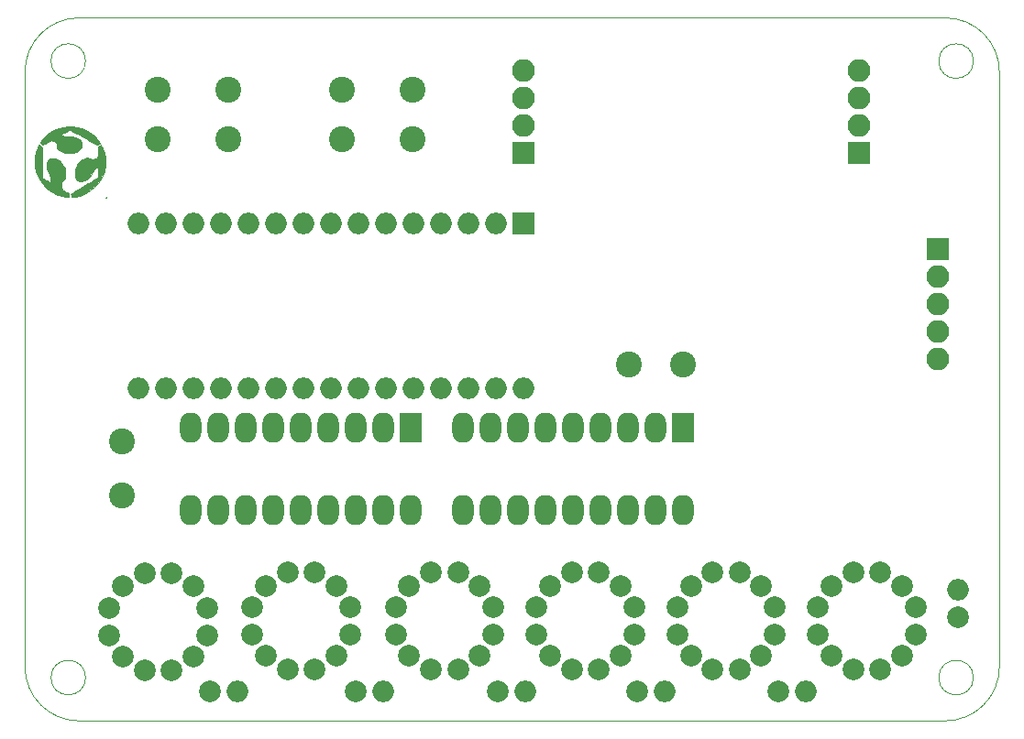
<source format=gts>
G04 #@! TF.GenerationSoftware,KiCad,Pcbnew,(5.0.0)*
G04 #@! TF.CreationDate,2018-09-15T21:24:34+09:00*
G04 #@! TF.ProjectId,VFD_Clock_LD8035,5646445F436C6F636B5F4C4438303335,rev?*
G04 #@! TF.SameCoordinates,Original*
G04 #@! TF.FileFunction,Soldermask,Top*
G04 #@! TF.FilePolarity,Negative*
%FSLAX46Y46*%
G04 Gerber Fmt 4.6, Leading zero omitted, Abs format (unit mm)*
G04 Created by KiCad (PCBNEW (5.0.0)) date 09/15/18 21:24:34*
%MOMM*%
%LPD*%
G01*
G04 APERTURE LIST*
%ADD10C,0.100000*%
%ADD11C,0.010000*%
%ADD12R,2.000000X2.000000*%
%ADD13O,2.000000X2.000000*%
%ADD14C,2.400000*%
%ADD15R,2.100000X2.100000*%
%ADD16O,2.100000X2.100000*%
%ADD17R,2.000000X2.800000*%
%ADD18O,2.000000X2.800000*%
%ADD19C,2.000000*%
G04 APERTURE END LIST*
D10*
X106500000Y-83996400D02*
X186500000Y-83996400D01*
X101500000Y-88996400D02*
G75*
G02X106500000Y-83996400I5000000J0D01*
G01*
X101500000Y-143996400D02*
X101500000Y-88996400D01*
X106500000Y-148996400D02*
G75*
G02X101500000Y-143996400I0J5000000D01*
G01*
X186500000Y-148996400D02*
X106500000Y-148996400D01*
X191500000Y-143996400D02*
G75*
G02X186500000Y-148996400I-5000000J0D01*
G01*
X191500000Y-88996400D02*
X191500000Y-143996400D01*
X186500000Y-83996400D02*
G75*
G02X191500000Y-88996400I0J-5000000D01*
G01*
X189100001Y-87996399D02*
G75*
G03X189100001Y-87996399I-1600000J0D01*
G01*
X107100000Y-144996400D02*
G75*
G03X107100000Y-144996400I-1600000J0D01*
G01*
X189100001Y-144996400D02*
G75*
G03X189100001Y-144996400I-1600000J0D01*
G01*
X107100000Y-87996399D02*
G75*
G03X107100000Y-87996399I-1600000J0D01*
G01*
D11*
G04 #@! TO.C,G\002A\002A\002A*
G36*
X105900298Y-94037584D02*
X106339685Y-94095661D01*
X106747897Y-94205470D01*
X107074365Y-94342145D01*
X107397050Y-94523950D01*
X107702818Y-94741000D01*
X107978532Y-94983407D01*
X108211060Y-95241285D01*
X108315176Y-95385208D01*
X108377644Y-95482508D01*
X108408505Y-95542958D01*
X108411907Y-95582185D01*
X108391998Y-95615817D01*
X108380008Y-95629471D01*
X108307239Y-95682109D01*
X108230620Y-95711501D01*
X108203658Y-95715295D01*
X108172308Y-95713552D01*
X108132063Y-95703894D01*
X108078415Y-95683944D01*
X108006854Y-95651323D01*
X107912873Y-95603653D01*
X107791963Y-95538558D01*
X107639616Y-95453658D01*
X107451324Y-95346577D01*
X107222579Y-95214936D01*
X106948871Y-95056358D01*
X106625693Y-94868465D01*
X106562725Y-94831817D01*
X106349369Y-94708324D01*
X106152726Y-94595840D01*
X105979720Y-94498218D01*
X105837271Y-94419315D01*
X105732303Y-94362985D01*
X105671738Y-94333085D01*
X105660338Y-94329250D01*
X105619215Y-94344656D01*
X105536880Y-94385943D01*
X105426202Y-94445711D01*
X105300048Y-94516563D01*
X105171288Y-94591098D01*
X105052791Y-94661919D01*
X104957424Y-94721626D01*
X104898057Y-94762821D01*
X104885518Y-94774730D01*
X104897050Y-94809119D01*
X104950496Y-94856295D01*
X105028655Y-94905855D01*
X105114328Y-94947393D01*
X105190317Y-94970503D01*
X105212114Y-94972307D01*
X105281902Y-94971184D01*
X105395576Y-94969116D01*
X105533532Y-94966465D01*
X105600500Y-94965134D01*
X105884046Y-94979815D01*
X106135474Y-95033656D01*
X106349959Y-95123386D01*
X106522674Y-95245735D01*
X106648792Y-95397433D01*
X106723487Y-95575211D01*
X106742977Y-95739181D01*
X106711960Y-95927655D01*
X106621951Y-96097844D01*
X106475613Y-96246669D01*
X106275605Y-96371054D01*
X106149213Y-96425840D01*
X105964605Y-96476150D01*
X105746962Y-96504726D01*
X105521934Y-96510324D01*
X105315170Y-96491698D01*
X105219500Y-96470951D01*
X104943091Y-96374169D01*
X104725943Y-96255070D01*
X104567767Y-96113380D01*
X104468271Y-95948824D01*
X104427166Y-95761129D01*
X104425927Y-95720909D01*
X104418630Y-95636704D01*
X104406309Y-95585531D01*
X104363949Y-95536441D01*
X104280366Y-95476628D01*
X104174218Y-95415864D01*
X104064160Y-95363920D01*
X103968848Y-95330569D01*
X103908936Y-95325011D01*
X103854189Y-95348857D01*
X103760427Y-95399567D01*
X103641757Y-95469210D01*
X103536750Y-95534252D01*
X103409317Y-95611579D01*
X103296000Y-95673988D01*
X103210489Y-95714318D01*
X103170425Y-95725894D01*
X103106233Y-95706370D01*
X103025709Y-95657277D01*
X103002588Y-95638937D01*
X102899450Y-95551625D01*
X103016553Y-95379020D01*
X103217199Y-95124159D01*
X103464587Y-94875525D01*
X103742440Y-94647143D01*
X104034482Y-94453042D01*
X104187625Y-94369776D01*
X104590512Y-94203243D01*
X105016437Y-94091970D01*
X105456124Y-94036552D01*
X105900298Y-94037584D01*
X105900298Y-94037584D01*
G37*
X105900298Y-94037584D02*
X106339685Y-94095661D01*
X106747897Y-94205470D01*
X107074365Y-94342145D01*
X107397050Y-94523950D01*
X107702818Y-94741000D01*
X107978532Y-94983407D01*
X108211060Y-95241285D01*
X108315176Y-95385208D01*
X108377644Y-95482508D01*
X108408505Y-95542958D01*
X108411907Y-95582185D01*
X108391998Y-95615817D01*
X108380008Y-95629471D01*
X108307239Y-95682109D01*
X108230620Y-95711501D01*
X108203658Y-95715295D01*
X108172308Y-95713552D01*
X108132063Y-95703894D01*
X108078415Y-95683944D01*
X108006854Y-95651323D01*
X107912873Y-95603653D01*
X107791963Y-95538558D01*
X107639616Y-95453658D01*
X107451324Y-95346577D01*
X107222579Y-95214936D01*
X106948871Y-95056358D01*
X106625693Y-94868465D01*
X106562725Y-94831817D01*
X106349369Y-94708324D01*
X106152726Y-94595840D01*
X105979720Y-94498218D01*
X105837271Y-94419315D01*
X105732303Y-94362985D01*
X105671738Y-94333085D01*
X105660338Y-94329250D01*
X105619215Y-94344656D01*
X105536880Y-94385943D01*
X105426202Y-94445711D01*
X105300048Y-94516563D01*
X105171288Y-94591098D01*
X105052791Y-94661919D01*
X104957424Y-94721626D01*
X104898057Y-94762821D01*
X104885518Y-94774730D01*
X104897050Y-94809119D01*
X104950496Y-94856295D01*
X105028655Y-94905855D01*
X105114328Y-94947393D01*
X105190317Y-94970503D01*
X105212114Y-94972307D01*
X105281902Y-94971184D01*
X105395576Y-94969116D01*
X105533532Y-94966465D01*
X105600500Y-94965134D01*
X105884046Y-94979815D01*
X106135474Y-95033656D01*
X106349959Y-95123386D01*
X106522674Y-95245735D01*
X106648792Y-95397433D01*
X106723487Y-95575211D01*
X106742977Y-95739181D01*
X106711960Y-95927655D01*
X106621951Y-96097844D01*
X106475613Y-96246669D01*
X106275605Y-96371054D01*
X106149213Y-96425840D01*
X105964605Y-96476150D01*
X105746962Y-96504726D01*
X105521934Y-96510324D01*
X105315170Y-96491698D01*
X105219500Y-96470951D01*
X104943091Y-96374169D01*
X104725943Y-96255070D01*
X104567767Y-96113380D01*
X104468271Y-95948824D01*
X104427166Y-95761129D01*
X104425927Y-95720909D01*
X104418630Y-95636704D01*
X104406309Y-95585531D01*
X104363949Y-95536441D01*
X104280366Y-95476628D01*
X104174218Y-95415864D01*
X104064160Y-95363920D01*
X103968848Y-95330569D01*
X103908936Y-95325011D01*
X103854189Y-95348857D01*
X103760427Y-95399567D01*
X103641757Y-95469210D01*
X103536750Y-95534252D01*
X103409317Y-95611579D01*
X103296000Y-95673988D01*
X103210489Y-95714318D01*
X103170425Y-95725894D01*
X103106233Y-95706370D01*
X103025709Y-95657277D01*
X103002588Y-95638937D01*
X102899450Y-95551625D01*
X103016553Y-95379020D01*
X103217199Y-95124159D01*
X103464587Y-94875525D01*
X103742440Y-94647143D01*
X104034482Y-94453042D01*
X104187625Y-94369776D01*
X104590512Y-94203243D01*
X105016437Y-94091970D01*
X105456124Y-94036552D01*
X105900298Y-94037584D01*
G36*
X108551395Y-95786506D02*
X108600959Y-95864286D01*
X108658333Y-95979729D01*
X108718401Y-96121223D01*
X108776048Y-96277159D01*
X108826161Y-96435924D01*
X108846214Y-96510432D01*
X108874327Y-96632976D01*
X108893967Y-96750300D01*
X108906495Y-96878130D01*
X108913270Y-97032191D01*
X108915653Y-97228206D01*
X108915695Y-97313750D01*
X108914503Y-97516124D01*
X108910577Y-97670060D01*
X108902307Y-97790608D01*
X108888081Y-97892817D01*
X108866290Y-97991740D01*
X108835322Y-98102427D01*
X108829066Y-98123375D01*
X108728471Y-98407189D01*
X108596734Y-98702257D01*
X108444543Y-98987791D01*
X108282588Y-99243002D01*
X108188890Y-99368320D01*
X107922377Y-99655668D01*
X107612869Y-99913387D01*
X107271337Y-100135476D01*
X106908750Y-100315933D01*
X106536080Y-100448757D01*
X106164296Y-100527946D01*
X106045000Y-100541173D01*
X105912339Y-100546870D01*
X105831237Y-100536063D01*
X105798937Y-100517301D01*
X105772708Y-100459857D01*
X105759593Y-100372008D01*
X105759250Y-100355850D01*
X105758367Y-100324608D01*
X105758750Y-100297904D01*
X105764942Y-100272641D01*
X105781487Y-100245722D01*
X105812930Y-100214052D01*
X105863813Y-100174533D01*
X105938682Y-100124068D01*
X106042080Y-100059561D01*
X106178552Y-99977915D01*
X106352641Y-99876034D01*
X106568891Y-99750821D01*
X106831847Y-99599179D01*
X107076875Y-99457920D01*
X107317533Y-99318271D01*
X107542346Y-99186206D01*
X107744997Y-99065555D01*
X107919170Y-98960148D01*
X108058548Y-98873816D01*
X108156817Y-98810390D01*
X108207659Y-98773701D01*
X108211937Y-98769499D01*
X108235143Y-98732860D01*
X108251005Y-98680012D01*
X108260818Y-98599558D01*
X108265877Y-98480097D01*
X108267478Y-98310233D01*
X108267500Y-98280481D01*
X108265147Y-98106362D01*
X108258532Y-97968351D01*
X108248320Y-97875602D01*
X108235357Y-97837382D01*
X108194743Y-97843783D01*
X108118771Y-97879530D01*
X108023677Y-97936948D01*
X108021044Y-97938695D01*
X107931391Y-98002519D01*
X107864502Y-98064782D01*
X107807248Y-98142036D01*
X107746497Y-98250833D01*
X107700903Y-98342233D01*
X107544301Y-98611114D01*
X107366370Y-98820722D01*
X107167436Y-98970811D01*
X106947828Y-99061133D01*
X106708507Y-99091439D01*
X106524582Y-99073276D01*
X106379563Y-99013727D01*
X106259189Y-98906128D01*
X106228374Y-98867042D01*
X106156175Y-98721691D01*
X106118306Y-98536699D01*
X106113713Y-98325156D01*
X106141342Y-98100149D01*
X106200138Y-97874768D01*
X106289049Y-97662099D01*
X106331563Y-97585590D01*
X106483861Y-97372677D01*
X106657840Y-97198164D01*
X106845875Y-97065595D01*
X107040343Y-96978515D01*
X107233618Y-96940467D01*
X107418077Y-96954996D01*
X107564303Y-97012507D01*
X107662767Y-97064618D01*
X107737001Y-97085422D01*
X107810856Y-97074906D01*
X107908184Y-97033056D01*
X107949656Y-97012299D01*
X108058599Y-96954576D01*
X108135665Y-96901678D01*
X108186365Y-96841373D01*
X108216211Y-96761426D01*
X108230711Y-96649607D01*
X108235378Y-96493682D01*
X108235750Y-96377206D01*
X108238611Y-96172803D01*
X108247392Y-96028230D01*
X108262381Y-95940070D01*
X108275437Y-95911588D01*
X108341593Y-95848499D01*
X108423865Y-95792679D01*
X108496611Y-95760584D01*
X108514755Y-95758000D01*
X108551395Y-95786506D01*
X108551395Y-95786506D01*
G37*
X108551395Y-95786506D02*
X108600959Y-95864286D01*
X108658333Y-95979729D01*
X108718401Y-96121223D01*
X108776048Y-96277159D01*
X108826161Y-96435924D01*
X108846214Y-96510432D01*
X108874327Y-96632976D01*
X108893967Y-96750300D01*
X108906495Y-96878130D01*
X108913270Y-97032191D01*
X108915653Y-97228206D01*
X108915695Y-97313750D01*
X108914503Y-97516124D01*
X108910577Y-97670060D01*
X108902307Y-97790608D01*
X108888081Y-97892817D01*
X108866290Y-97991740D01*
X108835322Y-98102427D01*
X108829066Y-98123375D01*
X108728471Y-98407189D01*
X108596734Y-98702257D01*
X108444543Y-98987791D01*
X108282588Y-99243002D01*
X108188890Y-99368320D01*
X107922377Y-99655668D01*
X107612869Y-99913387D01*
X107271337Y-100135476D01*
X106908750Y-100315933D01*
X106536080Y-100448757D01*
X106164296Y-100527946D01*
X106045000Y-100541173D01*
X105912339Y-100546870D01*
X105831237Y-100536063D01*
X105798937Y-100517301D01*
X105772708Y-100459857D01*
X105759593Y-100372008D01*
X105759250Y-100355850D01*
X105758367Y-100324608D01*
X105758750Y-100297904D01*
X105764942Y-100272641D01*
X105781487Y-100245722D01*
X105812930Y-100214052D01*
X105863813Y-100174533D01*
X105938682Y-100124068D01*
X106042080Y-100059561D01*
X106178552Y-99977915D01*
X106352641Y-99876034D01*
X106568891Y-99750821D01*
X106831847Y-99599179D01*
X107076875Y-99457920D01*
X107317533Y-99318271D01*
X107542346Y-99186206D01*
X107744997Y-99065555D01*
X107919170Y-98960148D01*
X108058548Y-98873816D01*
X108156817Y-98810390D01*
X108207659Y-98773701D01*
X108211937Y-98769499D01*
X108235143Y-98732860D01*
X108251005Y-98680012D01*
X108260818Y-98599558D01*
X108265877Y-98480097D01*
X108267478Y-98310233D01*
X108267500Y-98280481D01*
X108265147Y-98106362D01*
X108258532Y-97968351D01*
X108248320Y-97875602D01*
X108235357Y-97837382D01*
X108194743Y-97843783D01*
X108118771Y-97879530D01*
X108023677Y-97936948D01*
X108021044Y-97938695D01*
X107931391Y-98002519D01*
X107864502Y-98064782D01*
X107807248Y-98142036D01*
X107746497Y-98250833D01*
X107700903Y-98342233D01*
X107544301Y-98611114D01*
X107366370Y-98820722D01*
X107167436Y-98970811D01*
X106947828Y-99061133D01*
X106708507Y-99091439D01*
X106524582Y-99073276D01*
X106379563Y-99013727D01*
X106259189Y-98906128D01*
X106228374Y-98867042D01*
X106156175Y-98721691D01*
X106118306Y-98536699D01*
X106113713Y-98325156D01*
X106141342Y-98100149D01*
X106200138Y-97874768D01*
X106289049Y-97662099D01*
X106331563Y-97585590D01*
X106483861Y-97372677D01*
X106657840Y-97198164D01*
X106845875Y-97065595D01*
X107040343Y-96978515D01*
X107233618Y-96940467D01*
X107418077Y-96954996D01*
X107564303Y-97012507D01*
X107662767Y-97064618D01*
X107737001Y-97085422D01*
X107810856Y-97074906D01*
X107908184Y-97033056D01*
X107949656Y-97012299D01*
X108058599Y-96954576D01*
X108135665Y-96901678D01*
X108186365Y-96841373D01*
X108216211Y-96761426D01*
X108230711Y-96649607D01*
X108235378Y-96493682D01*
X108235750Y-96377206D01*
X108238611Y-96172803D01*
X108247392Y-96028230D01*
X108262381Y-95940070D01*
X108275437Y-95911588D01*
X108341593Y-95848499D01*
X108423865Y-95792679D01*
X108496611Y-95760584D01*
X108514755Y-95758000D01*
X108551395Y-95786506D01*
G36*
X102880141Y-95769805D02*
X102955331Y-95832659D01*
X103076375Y-95943555D01*
X103108125Y-98790125D01*
X103457375Y-98988325D01*
X103593627Y-99063769D01*
X103712391Y-99126034D01*
X103801570Y-99169022D01*
X103849068Y-99186631D01*
X103850849Y-99186763D01*
X103872633Y-99174945D01*
X103883282Y-99131784D01*
X103883963Y-99046163D01*
X103877582Y-98931804D01*
X103864419Y-98791040D01*
X103842110Y-98685750D01*
X103801909Y-98587910D01*
X103735072Y-98469495D01*
X103731454Y-98463491D01*
X103589250Y-98188117D01*
X103505789Y-97928298D01*
X103479846Y-97678701D01*
X103502871Y-97466876D01*
X103570632Y-97270494D01*
X103679136Y-97119436D01*
X103822077Y-97016380D01*
X103993151Y-96964003D01*
X104186053Y-96964982D01*
X104394477Y-97021995D01*
X104470528Y-97055979D01*
X104691254Y-97198926D01*
X104889389Y-97397241D01*
X105059594Y-97645185D01*
X105114674Y-97748860D01*
X105170573Y-97866906D01*
X105206588Y-97962414D01*
X105227874Y-98057540D01*
X105239589Y-98174439D01*
X105246098Y-98313519D01*
X105245975Y-98517921D01*
X105225023Y-98675041D01*
X105178223Y-98799098D01*
X105100551Y-98904311D01*
X105007688Y-98988599D01*
X104887992Y-99084622D01*
X104875979Y-99413623D01*
X104873152Y-99588567D01*
X104884285Y-99714779D01*
X104916443Y-99806654D01*
X104976688Y-99878585D01*
X105072083Y-99944965D01*
X105161026Y-99994487D01*
X105326770Y-100089032D01*
X105440673Y-100169949D01*
X105510911Y-100244341D01*
X105545664Y-100319314D01*
X105548299Y-100330933D01*
X105554650Y-100443426D01*
X105516469Y-100513392D01*
X105429182Y-100545962D01*
X105353320Y-100549725D01*
X105238850Y-100541222D01*
X105098561Y-100521869D01*
X104997250Y-100502919D01*
X104560417Y-100377870D01*
X104152489Y-100198523D01*
X103777232Y-99968895D01*
X103438414Y-99693001D01*
X103139801Y-99374856D01*
X102885160Y-99018476D01*
X102678259Y-98627877D01*
X102522864Y-98207074D01*
X102422742Y-97760082D01*
X102422458Y-97758250D01*
X102403661Y-97558272D01*
X102400040Y-97319407D01*
X102410427Y-97064131D01*
X102433656Y-96814917D01*
X102468559Y-96594239D01*
X102487159Y-96512578D01*
X102531056Y-96360114D01*
X102585083Y-96199871D01*
X102643680Y-96045664D01*
X102701291Y-95911310D01*
X102752357Y-95810627D01*
X102790697Y-95757939D01*
X102828171Y-95745484D01*
X102880141Y-95769805D01*
X102880141Y-95769805D01*
G37*
X102880141Y-95769805D02*
X102955331Y-95832659D01*
X103076375Y-95943555D01*
X103108125Y-98790125D01*
X103457375Y-98988325D01*
X103593627Y-99063769D01*
X103712391Y-99126034D01*
X103801570Y-99169022D01*
X103849068Y-99186631D01*
X103850849Y-99186763D01*
X103872633Y-99174945D01*
X103883282Y-99131784D01*
X103883963Y-99046163D01*
X103877582Y-98931804D01*
X103864419Y-98791040D01*
X103842110Y-98685750D01*
X103801909Y-98587910D01*
X103735072Y-98469495D01*
X103731454Y-98463491D01*
X103589250Y-98188117D01*
X103505789Y-97928298D01*
X103479846Y-97678701D01*
X103502871Y-97466876D01*
X103570632Y-97270494D01*
X103679136Y-97119436D01*
X103822077Y-97016380D01*
X103993151Y-96964003D01*
X104186053Y-96964982D01*
X104394477Y-97021995D01*
X104470528Y-97055979D01*
X104691254Y-97198926D01*
X104889389Y-97397241D01*
X105059594Y-97645185D01*
X105114674Y-97748860D01*
X105170573Y-97866906D01*
X105206588Y-97962414D01*
X105227874Y-98057540D01*
X105239589Y-98174439D01*
X105246098Y-98313519D01*
X105245975Y-98517921D01*
X105225023Y-98675041D01*
X105178223Y-98799098D01*
X105100551Y-98904311D01*
X105007688Y-98988599D01*
X104887992Y-99084622D01*
X104875979Y-99413623D01*
X104873152Y-99588567D01*
X104884285Y-99714779D01*
X104916443Y-99806654D01*
X104976688Y-99878585D01*
X105072083Y-99944965D01*
X105161026Y-99994487D01*
X105326770Y-100089032D01*
X105440673Y-100169949D01*
X105510911Y-100244341D01*
X105545664Y-100319314D01*
X105548299Y-100330933D01*
X105554650Y-100443426D01*
X105516469Y-100513392D01*
X105429182Y-100545962D01*
X105353320Y-100549725D01*
X105238850Y-100541222D01*
X105098561Y-100521869D01*
X104997250Y-100502919D01*
X104560417Y-100377870D01*
X104152489Y-100198523D01*
X103777232Y-99968895D01*
X103438414Y-99693001D01*
X103139801Y-99374856D01*
X102885160Y-99018476D01*
X102678259Y-98627877D01*
X102522864Y-98207074D01*
X102422742Y-97760082D01*
X102422458Y-97758250D01*
X102403661Y-97558272D01*
X102400040Y-97319407D01*
X102410427Y-97064131D01*
X102433656Y-96814917D01*
X102468559Y-96594239D01*
X102487159Y-96512578D01*
X102531056Y-96360114D01*
X102585083Y-96199871D01*
X102643680Y-96045664D01*
X102701291Y-95911310D01*
X102752357Y-95810627D01*
X102790697Y-95757939D01*
X102828171Y-95745484D01*
X102880141Y-95769805D01*
G36*
X108997750Y-100599875D02*
X108981875Y-100615750D01*
X108966000Y-100599875D01*
X108981875Y-100584000D01*
X108997750Y-100599875D01*
X108997750Y-100599875D01*
G37*
X108997750Y-100599875D02*
X108981875Y-100615750D01*
X108966000Y-100599875D01*
X108981875Y-100584000D01*
X108997750Y-100599875D01*
G04 #@! TD*
D12*
G04 #@! TO.C,ARDUINO1*
X147500000Y-103000000D03*
D13*
X114480000Y-118240000D03*
X144960000Y-103000000D03*
X117020000Y-118240000D03*
X142420000Y-103000000D03*
X119560000Y-118240000D03*
X139880000Y-103000000D03*
X122100000Y-118240000D03*
X137340000Y-103000000D03*
X124640000Y-118240000D03*
X134800000Y-103000000D03*
X127180000Y-118240000D03*
X132260000Y-103000000D03*
X129720000Y-118240000D03*
X129720000Y-103000000D03*
X132260000Y-118240000D03*
X127180000Y-103000000D03*
X134800000Y-118240000D03*
X124640000Y-103000000D03*
X137340000Y-118240000D03*
X122100000Y-103000000D03*
X139880000Y-118240000D03*
X119560000Y-103000000D03*
X142420000Y-118240000D03*
X117020000Y-103000000D03*
X144960000Y-118240000D03*
X114480000Y-103000000D03*
X147500000Y-118240000D03*
X111940000Y-103000000D03*
X111940000Y-118240000D03*
G04 #@! TD*
D14*
G04 #@! TO.C,C2*
X110490000Y-123190000D03*
X110490000Y-128190000D03*
G04 #@! TD*
G04 #@! TO.C,C3*
X162306000Y-116078000D03*
X157306000Y-116078000D03*
G04 #@! TD*
D15*
G04 #@! TO.C,J3*
X185801000Y-105410000D03*
D16*
X185801000Y-107950000D03*
X185801000Y-110490000D03*
X185801000Y-113030000D03*
X185801000Y-115570000D03*
G04 #@! TD*
D14*
G04 #@! TO.C,SW1*
X113792000Y-95178000D03*
X113792000Y-90678000D03*
X120292000Y-95178000D03*
X120292000Y-90678000D03*
G04 #@! TD*
G04 #@! TO.C,SW2*
X130810000Y-95178000D03*
X130810000Y-90678000D03*
X137310000Y-95178000D03*
X137310000Y-90678000D03*
G04 #@! TD*
D17*
G04 #@! TO.C,U2*
X162306000Y-121920000D03*
D18*
X141986000Y-129540000D03*
X159766000Y-121920000D03*
X144526000Y-129540000D03*
X157226000Y-121920000D03*
X147066000Y-129540000D03*
X154686000Y-121920000D03*
X149606000Y-129540000D03*
X152146000Y-121920000D03*
X152146000Y-129540000D03*
X149606000Y-121920000D03*
X154686000Y-129540000D03*
X147066000Y-121920000D03*
X157226000Y-129540000D03*
X144526000Y-121920000D03*
X159766000Y-129540000D03*
X141986000Y-121920000D03*
X162306000Y-129540000D03*
G04 #@! TD*
D17*
G04 #@! TO.C,U3*
X137160000Y-121920000D03*
D18*
X116840000Y-129540000D03*
X134620000Y-121920000D03*
X119380000Y-129540000D03*
X132080000Y-121920000D03*
X121920000Y-129540000D03*
X129540000Y-121920000D03*
X124460000Y-129540000D03*
X127000000Y-121920000D03*
X127000000Y-129540000D03*
X124460000Y-121920000D03*
X129540000Y-129540000D03*
X121920000Y-121920000D03*
X132080000Y-129540000D03*
X119380000Y-121920000D03*
X134620000Y-129540000D03*
X116840000Y-121920000D03*
X137160000Y-129540000D03*
G04 #@! TD*
D15*
G04 #@! TO.C,J1*
X147500000Y-96500000D03*
D16*
X147500000Y-93960000D03*
X147500000Y-91420000D03*
X147500000Y-88880000D03*
G04 #@! TD*
D15*
G04 #@! TO.C,J2*
X178500000Y-96500000D03*
D16*
X178500000Y-93960000D03*
X178500000Y-91420000D03*
X178500000Y-88880000D03*
G04 #@! TD*
D19*
G04 #@! TO.C,V1*
X180500000Y-144250000D03*
X182500000Y-143000000D03*
X183750000Y-141000000D03*
X183750000Y-138500000D03*
X182500000Y-136500000D03*
X180500000Y-135250000D03*
X176000000Y-136500000D03*
X174750000Y-138500000D03*
X174750000Y-141000000D03*
X176000000Y-143000000D03*
X178000000Y-144250000D03*
X178000000Y-135250000D03*
G04 #@! TD*
G04 #@! TO.C,V2*
X167500000Y-144250000D03*
X169500000Y-143000000D03*
X170750000Y-141000000D03*
X170750000Y-138500000D03*
X169500000Y-136500000D03*
X167500000Y-135250000D03*
X163000000Y-136500000D03*
X161750000Y-138500000D03*
X161750000Y-141000000D03*
X163000000Y-143000000D03*
X165000000Y-144250000D03*
X165000000Y-135250000D03*
G04 #@! TD*
G04 #@! TO.C,V3*
X154500000Y-144250000D03*
X156500000Y-143000000D03*
X157750000Y-141000000D03*
X157750000Y-138500000D03*
X156500000Y-136500000D03*
X154500000Y-135250000D03*
X150000000Y-136500000D03*
X148750000Y-138500000D03*
X148750000Y-141000000D03*
X150000000Y-143000000D03*
X152000000Y-144250000D03*
X152000000Y-135250000D03*
G04 #@! TD*
G04 #@! TO.C,V4*
X141500000Y-144250000D03*
X143500000Y-143000000D03*
X144750000Y-141000000D03*
X144750000Y-138500000D03*
X143500000Y-136500000D03*
X141500000Y-135250000D03*
X137000000Y-136500000D03*
X135750000Y-138500000D03*
X135750000Y-141000000D03*
X137000000Y-143000000D03*
X139000000Y-144250000D03*
X139000000Y-135250000D03*
G04 #@! TD*
G04 #@! TO.C,V5*
X128250000Y-144250000D03*
X130250000Y-143000000D03*
X131500000Y-141000000D03*
X131500000Y-138500000D03*
X130250000Y-136500000D03*
X128250000Y-135250000D03*
X123750000Y-136500000D03*
X122500000Y-138500000D03*
X122500000Y-141000000D03*
X123750000Y-143000000D03*
X125750000Y-144250000D03*
X125750000Y-135250000D03*
G04 #@! TD*
G04 #@! TO.C,V6*
X115042000Y-144327000D03*
X117042000Y-143077000D03*
X118292000Y-141077000D03*
X118292000Y-138577000D03*
X117042000Y-136577000D03*
X115042000Y-135327000D03*
X110542000Y-136577000D03*
X109292000Y-138577000D03*
X109292000Y-141077000D03*
X110542000Y-143077000D03*
X112542000Y-144327000D03*
X112542000Y-135327000D03*
G04 #@! TD*
G04 #@! TO.C,R1*
X187706000Y-139446000D03*
D13*
X187706000Y-136906000D03*
G04 #@! TD*
G04 #@! TO.C,R2*
X173609000Y-146304000D03*
D19*
X171069000Y-146304000D03*
G04 #@! TD*
G04 #@! TO.C,R3*
X158051500Y-146304000D03*
D13*
X160591500Y-146304000D03*
G04 #@! TD*
G04 #@! TO.C,R4*
X147701000Y-146304000D03*
D19*
X145161000Y-146304000D03*
G04 #@! TD*
G04 #@! TO.C,R5*
X132080000Y-146304000D03*
D13*
X134620000Y-146304000D03*
G04 #@! TD*
G04 #@! TO.C,R6*
X121158000Y-146304000D03*
D19*
X118618000Y-146304000D03*
G04 #@! TD*
M02*

</source>
